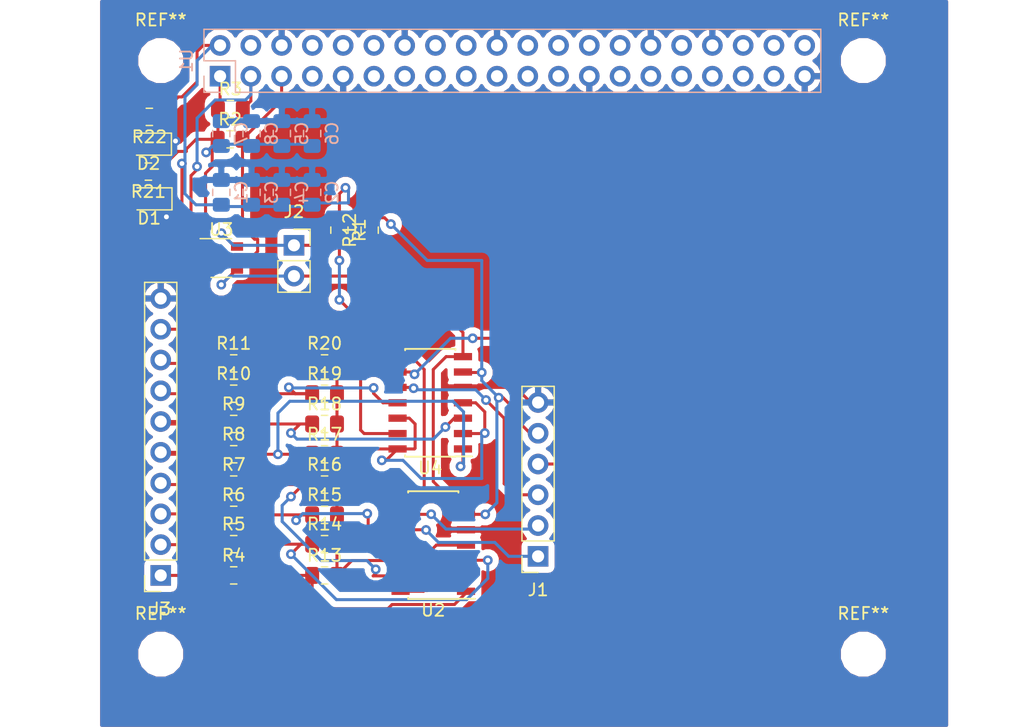
<source format=kicad_pcb>
(kicad_pcb (version 20171130) (host pcbnew 5.0.0-fee4fd1~66~ubuntu18.04.1)
  (layers (0 F.Cu signal) (31 B.Cu signal) (34 B.Paste user) (35 F.Paste user) (36 B.SilkS user) (37 F.SilkS user) (38 B.Mask user) (39 F.Mask user) (44 Edge.Cuts user))
  (net 0 "")
  (net 1 "Net-(U1-Pad4)")
  (net 2 "Net-(U1-Pad7)")
  (net 3 "Net-(U1-Pad8)")
  (net 4 "Net-(U1-Pad10)")
  (net 5 "Net-(U1-Pad11)")
  (net 6 "Net-(U1-Pad12)")
  (net 7 "Net-(U1-Pad13)")
  (net 8 "Net-(U1-Pad15)")
  (net 9 "Net-(U1-Pad16)")
  (net 10 "Net-(U1-Pad17)")
  (net 11 "Net-(U1-Pad18)")
  (net 12 "Net-(U1-Pad19)")
  (net 13 "Net-(U1-Pad21)")
  (net 14 "Net-(U1-Pad22)")
  (net 15 "Net-(U1-Pad23)")
  (net 16 "Net-(U1-Pad24)")
  (net 17 "Net-(U1-Pad26)")
  (net 18 "Net-(U1-Pad27)")
  (net 19 "Net-(U1-Pad28)")
  (net 20 "Net-(U1-Pad29)")
  (net 21 "Net-(U1-Pad31)")
  (net 22 "Net-(U1-Pad32)")
  (net 23 "Net-(U1-Pad33)")
  (net 24 "Net-(U1-Pad35)")
  (net 25 "Net-(U1-Pad36)")
  (net 26 "Net-(U1-Pad37)")
  (net 27 "Net-(U1-Pad38)")
  (net 28 "Net-(U1-Pad40)")
  (net 29 "Net-(R16-Pad1)")
  (net 30 "Net-(R13-Pad2)")
  (net 31 "Net-(R11-Pad2)")
  (net 32 "Net-(R10-Pad2)")
  (net 33 "Net-(R18-Pad1)")
  (net 34 "Net-(R17-Pad1)")
  (net 35 /SCL)
  (net 36 +5V)
  (net 37 +3V3)
  (net 38 /GPIO1)
  (net 39 /GPIO0)
  (net 40 "Net-(J3-Pad1)")
  (net 41 "Net-(R13-Pad1)")
  (net 42 "Net-(R15-Pad1)")
  (net 43 "Net-(J3-Pad3)")
  (net 44 "Net-(J3-Pad5)")
  (net 45 "Net-(J3-Pad6)")
  (net 46 "Net-(J3-Pad7)")
  (net 47 "Net-(J3-Pad8)")
  (net 48 /SDA)
  (net 49 "Net-(R14-Pad1)")
  (net 50 "Net-(J3-Pad2)")
  (net 51 "Net-(J3-Pad4)")
  (net 52 GND)
  (net 53 "Net-(J1-Pad1)")
  (net 54 "Net-(J1-Pad2)")
  (net 55 "Net-(J1-Pad3)")
  (net 56 "Net-(J1-Pad4)")
  (net 57 "Net-(D2-Pad2)")
  (net 58 "Net-(D1-Pad2)")
  (module Package_SO:SOIC-14_3.9x8.7mm_P1.27mm (layer F.Cu) (at 52.5 70 180)
    (fp_text reference U2 (at 0 -5.375 180) (layer F.SilkS))
    (fp_text value MCP3424)
    (pad 14 smd rect (at 2.7 -3.81 180) (size 1.5 0.6) (layers F.Cu F.Paste F.Mask) (net 30 "Net-(R13-Pad2)"))
    (pad 13 smd rect (at 2.7 -2.54 180) (size 1.5 0.6) (layers F.Cu F.Paste F.Mask) (net 29 "Net-(R16-Pad1)"))
    (pad 12 smd rect (at 2.7 -1.27 180) (size 1.5 0.6) (layers F.Cu F.Paste F.Mask) (net 30 "Net-(R13-Pad2)"))
    (pad 11 smd rect (at 2.7 0 180) (size 1.5 0.6) (layers F.Cu F.Paste F.Mask) (net 42 "Net-(R15-Pad1)"))
    (pad 10 smd rect (at 2.7 1.27 180) (size 1.5 0.6) (layers F.Cu F.Paste F.Mask) (net 53 "Net-(J1-Pad1)"))
    (pad 9 smd rect (at 2.7 2.54 180) (size 1.5 0.6) (layers F.Cu F.Paste F.Mask) (net 54 "Net-(J1-Pad2)"))
    (pad 8 smd rect (at 2.7 3.81 180) (size 1.5 0.6) (layers F.Cu F.Paste F.Mask) (net 35 /SCL))
    (pad 7 smd rect (at -2.7 3.81 180) (size 1.5 0.6) (layers F.Cu F.Paste F.Mask) (net 48 /SDA))
    (pad 6 smd rect (at -2.7 2.54 180) (size 1.5 0.6) (layers F.Cu F.Paste F.Mask) (net 36 +5V))
    (pad 5 smd rect (at -2.7 1.27 180) (size 1.5 0.6) (layers F.Cu F.Paste F.Mask) (net 52 GND))
    (pad 4 smd rect (at -2.7 0 180) (size 1.5 0.6) (layers F.Cu F.Paste F.Mask) (net 30 "Net-(R13-Pad2)"))
    (pad 3 smd rect (at -2.7 -1.27 180) (size 1.5 0.6) (layers F.Cu F.Paste F.Mask) (net 49 "Net-(R14-Pad1)"))
    (pad 2 smd rect (at -2.7 -2.54 180) (size 1.5 0.6) (layers F.Cu F.Paste F.Mask) (net 30 "Net-(R13-Pad2)"))
    (pad 1 smd rect (at -2.7 -3.81 180) (size 1.5 0.6) (layers F.Cu F.Paste F.Mask) (net 41 "Net-(R13-Pad1)"))
  )
  (module Package_SO:SOIC-14_3.9x8.7mm_P1.27mm (layer F.Cu) (at 52.25 58.25 180)
    (fp_text reference U4 (at 0 -5.375 180) (layer F.SilkS))
    (fp_text value MCP3424)
    (pad 1 smd rect (at -2.7 -3.81 180) (size 1.5 0.6) (layers F.Cu F.Paste F.Mask) (net 34 "Net-(R17-Pad1)"))
    (pad 2 smd rect (at -2.7 -2.54 180) (size 1.5 0.6) (layers F.Cu F.Paste F.Mask) (net 30 "Net-(R13-Pad2)"))
    (pad 3 smd rect (at -2.7 -1.27 180) (size 1.5 0.6) (layers F.Cu F.Paste F.Mask) (net 33 "Net-(R18-Pad1)"))
    (pad 4 smd rect (at -2.7 0 180) (size 1.5 0.6) (layers F.Cu F.Paste F.Mask) (net 30 "Net-(R13-Pad2)"))
    (pad 5 smd rect (at -2.7 1.27 180) (size 1.5 0.6) (layers F.Cu F.Paste F.Mask) (net 52 GND))
    (pad 6 smd rect (at -2.7 2.54 180) (size 1.5 0.6) (layers F.Cu F.Paste F.Mask) (net 36 +5V))
    (pad 7 smd rect (at -2.7 3.81 180) (size 1.5 0.6) (layers F.Cu F.Paste F.Mask) (net 48 /SDA))
    (pad 8 smd rect (at 2.7 3.81 180) (size 1.5 0.6) (layers F.Cu F.Paste F.Mask) (net 35 /SCL))
    (pad 9 smd rect (at 2.7 2.54 180) (size 1.5 0.6) (layers F.Cu F.Paste F.Mask) (net 56 "Net-(J1-Pad4)"))
    (pad 10 smd rect (at 2.7 1.27 180) (size 1.5 0.6) (layers F.Cu F.Paste F.Mask) (net 55 "Net-(J1-Pad3)"))
    (pad 11 smd rect (at 2.7 0 180) (size 1.5 0.6) (layers F.Cu F.Paste F.Mask) (net 32 "Net-(R10-Pad2)"))
    (pad 12 smd rect (at 2.7 -1.27 180) (size 1.5 0.6) (layers F.Cu F.Paste F.Mask) (net 30 "Net-(R13-Pad2)"))
    (pad 13 smd rect (at 2.7 -2.54 180) (size 1.5 0.6) (layers F.Cu F.Paste F.Mask) (net 31 "Net-(R11-Pad2)"))
    (pad 14 smd rect (at 2.7 -3.81 180) (size 1.5 0.6) (layers F.Cu F.Paste F.Mask) (net 30 "Net-(R13-Pad2)"))
  )
  (module Connector_PinSocket_2.54mm:PinSocket_1x02_P2.54mm_Vertical (layer F.Cu) (at 41 45.25)
    (fp_text reference J2 (at 0 -2.77) (layer F.SilkS))
    (fp_text value Conn_01x02)
    (pad 1 thru_hole rect (at 0 0) (size 1.7 1.7) (drill 1) (layers *.Cu *.Mask) (net 35 /SCL))
    (pad 2 thru_hole oval (at 0 2.54) (size 1.7 1.7) (drill 1) (layers *.Cu *.Mask) (net 48 /SDA))
  )
  (module Capacitor_SMD:C_0805_2012Metric_Pad1.15x1.40mm_HandSolder (layer B.Cu) (at 40 36.025 90)
    (fp_text reference C5 (at 0 1.65 90) (layer B.SilkS) (effects (justify mirror)))
    (fp_text value 105)
    (pad 2 smd roundrect (at 1.025 0 90) (size 1.15 1.4) (layers B.Cu B.Paste B.Mask) (roundrect_rratio 0.217391) (net 52 GND))
    (pad 1 smd roundrect (at -1.025 0 90) (size 1.15 1.4) (layers B.Cu B.Paste B.Mask) (roundrect_rratio 0.217391) (net 37 +3V3))
  )
  (module Capacitor_SMD:C_0805_2012Metric_Pad1.15x1.40mm_HandSolder (layer B.Cu) (at 42.5 36.025 90)
    (fp_text reference C6 (at 0 1.65 90) (layer B.SilkS) (effects (justify mirror)))
    (fp_text value 105)
    (pad 1 smd roundrect (at -1.025 0 90) (size 1.15 1.4) (layers B.Cu B.Paste B.Mask) (roundrect_rratio 0.217391) (net 37 +3V3))
    (pad 2 smd roundrect (at 1.025 0 90) (size 1.15 1.4) (layers B.Cu B.Paste B.Mask) (roundrect_rratio 0.217391) (net 52 GND))
  )
  (module Capacitor_SMD:C_0805_2012Metric_Pad1.15x1.40mm_HandSolder (layer B.Cu) (at 35 36.025 90)
    (fp_text reference C7 (at 0 1.65 90) (layer B.SilkS) (effects (justify mirror)))
    (fp_text value 105)
    (pad 2 smd roundrect (at 1.025 0 90) (size 1.15 1.4) (layers B.Cu B.Paste B.Mask) (roundrect_rratio 0.217391) (net 52 GND))
    (pad 1 smd roundrect (at -1.025 0 90) (size 1.15 1.4) (layers B.Cu B.Paste B.Mask) (roundrect_rratio 0.217391) (net 37 +3V3))
  )
  (module Capacitor_SMD:C_0805_2012Metric_Pad1.15x1.40mm_HandSolder (layer B.Cu) (at 37.5 36.025 90)
    (fp_text reference C8 (at 0 1.65 90) (layer B.SilkS) (effects (justify mirror)))
    (fp_text value 105)
    (pad 1 smd roundrect (at -1.025 0 90) (size 1.15 1.4) (layers B.Cu B.Paste B.Mask) (roundrect_rratio 0.217391) (net 37 +3V3))
    (pad 2 smd roundrect (at 1.025 0 90) (size 1.15 1.4) (layers B.Cu B.Paste B.Mask) (roundrect_rratio 0.217391) (net 52 GND))
  )
  (module LED_SMD:LED_0805_2012Metric_Castellated (layer F.Cu) (at 29.0444 41.415328 180)
    (fp_text reference D1 (at 0 -1.6 180) (layer F.SilkS))
    (fp_text value 3V3_STATUS)
    (pad 2 smd roundrect (at 0.9625 0 180) (size 1.325 1.3) (layers F.Cu F.Paste F.Mask) (roundrect_rratio 0.192308) (net 58 "Net-(D1-Pad2)"))
    (pad 1 smd roundrect (at -0.9625 0 180) (size 1.325 1.3) (layers F.Cu F.Paste F.Mask) (roundrect_rratio 0.192308) (net 52 GND))
  )
  (module LED_SMD:LED_0805_2012Metric_Castellated (layer F.Cu) (at 28.998278 36.898402 180)
    (fp_text reference D2 (at 0 -1.6 180) (layer F.SilkS))
    (fp_text value 5V_STATUS)
    (pad 2 smd roundrect (at 0.9625 0 180) (size 1.325 1.3) (layers F.Cu F.Paste F.Mask) (roundrect_rratio 0.192308) (net 57 "Net-(D2-Pad2)"))
    (pad 1 smd roundrect (at -0.9625 0 180) (size 1.325 1.3) (layers F.Cu F.Paste F.Mask) (roundrect_rratio 0.192308) (net 52 GND))
  )
  (module Resistor_SMD:R_0805_2012Metric_Pad1.15x1.40mm_HandSolder (layer F.Cu) (at 28.9819 39.165328 180)
    (fp_text reference R21 (at 0 -1.65 180) (layer F.SilkS))
    (fp_text value 511)
    (pad 2 smd roundrect (at 1.025 0 180) (size 1.15 1.4) (layers F.Cu F.Paste F.Mask) (roundrect_rratio 0.217391) (net 58 "Net-(D1-Pad2)"))
    (pad 1 smd roundrect (at -1.025 0 180) (size 1.15 1.4) (layers F.Cu F.Paste F.Mask) (roundrect_rratio 0.217391) (net 37 +3V3))
  )
  (module Resistor_SMD:R_0805_2012Metric_Pad1.15x1.40mm_HandSolder (layer F.Cu) (at 29.060778 34.648402 180)
    (fp_text reference R22 (at 0 -1.65 180) (layer F.SilkS))
    (fp_text value 102)
    (pad 2 smd roundrect (at 1.025 0 180) (size 1.15 1.4) (layers F.Cu F.Paste F.Mask) (roundrect_rratio 0.217391) (net 57 "Net-(D2-Pad2)"))
    (pad 1 smd roundrect (at -1.025 0 180) (size 1.15 1.4) (layers F.Cu F.Paste F.Mask) (roundrect_rratio 0.217391) (net 36 +5V))
  )
  (module Capacitor_SMD:C_0805_2012Metric_Pad1.15x1.40mm_HandSolder (layer B.Cu) (at 35 40.878937 90)
    (fp_text reference C1 (at 0 1.65 90) (layer B.SilkS) (effects (justify mirror)))
    (fp_text value 105)
    (pad 2 smd roundrect (at 1.025 0 90) (size 1.15 1.4) (layers B.Cu B.Paste B.Mask) (roundrect_rratio 0.217391) (net 52 GND))
    (pad 1 smd roundrect (at -1.025 0 90) (size 1.15 1.4) (layers B.Cu B.Paste B.Mask) (roundrect_rratio 0.217391) (net 36 +5V))
  )
  (module Capacitor_SMD:C_0805_2012Metric_Pad1.15x1.40mm_HandSolder (layer B.Cu) (at 42.5 40.878937 90)
    (fp_text reference C2 (at 0 1.65 90) (layer B.SilkS) (effects (justify mirror)))
    (fp_text value 105)
    (pad 1 smd roundrect (at -1.025 0 90) (size 1.15 1.4) (layers B.Cu B.Paste B.Mask) (roundrect_rratio 0.217391) (net 36 +5V))
    (pad 2 smd roundrect (at 1.025 0 90) (size 1.15 1.4) (layers B.Cu B.Paste B.Mask) (roundrect_rratio 0.217391) (net 52 GND))
  )
  (module Capacitor_SMD:C_0805_2012Metric_Pad1.15x1.40mm_HandSolder (layer B.Cu) (at 37.5 40.878937 90)
    (fp_text reference C3 (at 0 1.65 90) (layer B.SilkS) (effects (justify mirror)))
    (fp_text value 105)
    (pad 2 smd roundrect (at 1.025 0 90) (size 1.15 1.4) (layers B.Cu B.Paste B.Mask) (roundrect_rratio 0.217391) (net 52 GND))
    (pad 1 smd roundrect (at -1.025 0 90) (size 1.15 1.4) (layers B.Cu B.Paste B.Mask) (roundrect_rratio 0.217391) (net 36 +5V))
  )
  (module Capacitor_SMD:C_0805_2012Metric_Pad1.15x1.40mm_HandSolder (layer B.Cu) (at 40 40.878937 90)
    (fp_text reference C4 (at 0 1.65 90) (layer B.SilkS) (effects (justify mirror)))
    (fp_text value 105)
    (pad 1 smd roundrect (at -1.025 0 90) (size 1.15 1.4) (layers B.Cu B.Paste B.Mask) (roundrect_rratio 0.217391) (net 36 +5V))
    (pad 2 smd roundrect (at 1.025 0 90) (size 1.15 1.4) (layers B.Cu B.Paste B.Mask) (roundrect_rratio 0.217391) (net 52 GND))
  )
  (module Connector_PinSocket_2.54mm:PinSocket_1x06_P2.54mm_Vertical (layer F.Cu) (at 61.15 70.925 180)
    (fp_text reference J1 (at 0 -2.77 180) (layer F.SilkS))
    (fp_text value Conn_01x02)
    (pad 1 thru_hole rect (at 0 0 180) (size 1.7 1.7) (drill 1) (layers *.Cu *.Mask) (net 53 "Net-(J1-Pad1)"))
    (pad 2 thru_hole oval (at 0 2.54 180) (size 1.7 1.7) (drill 1) (layers *.Cu *.Mask) (net 54 "Net-(J1-Pad2)"))
    (pad 3 thru_hole oval (at 0 5.08 180) (size 1.7 1.7) (drill 1) (layers *.Cu *.Mask) (net 55 "Net-(J1-Pad3)"))
    (pad 4 thru_hole oval (at 0 7.62 180) (size 1.7 1.7) (drill 1) (layers *.Cu *.Mask) (net 56 "Net-(J1-Pad4)"))
    (pad 5 thru_hole oval (at 0 10.16 180) (size 1.7 1.7) (drill 1) (layers *.Cu *.Mask) (net 36 +5V))
    (pad 6 thru_hole oval (at 0 12.7 180) (size 1.7 1.7) (drill 1) (layers *.Cu *.Mask) (net 52 GND))
  )
  (module Connector_PinSocket_2.54mm:PinSocket_1x10_P2.54mm_Vertical (layer F.Cu) (at 30 72.5 180)
    (fp_text reference J3 (at 0 -2.77 180) (layer F.SilkS))
    (fp_text value Conn_01x02)
    (pad 1 thru_hole rect (at 0 0 180) (size 1.7 1.7) (drill 1) (layers *.Cu *.Mask) (net 40 "Net-(J3-Pad1)"))
    (pad 2 thru_hole oval (at 0 2.54 180) (size 1.7 1.7) (drill 1) (layers *.Cu *.Mask) (net 50 "Net-(J3-Pad2)"))
    (pad 3 thru_hole oval (at 0 5.08 180) (size 1.7 1.7) (drill 1) (layers *.Cu *.Mask) (net 43 "Net-(J3-Pad3)"))
    (pad 4 thru_hole oval (at 0 7.62 180) (size 1.7 1.7) (drill 1) (layers *.Cu *.Mask) (net 51 "Net-(J3-Pad4)"))
    (pad 5 thru_hole oval (at 0 10.16 180) (size 1.7 1.7) (drill 1) (layers *.Cu *.Mask) (net 44 "Net-(J3-Pad5)"))
    (pad 6 thru_hole oval (at 0 12.7 180) (size 1.7 1.7) (drill 1) (layers *.Cu *.Mask) (net 45 "Net-(J3-Pad6)"))
    (pad 7 thru_hole oval (at 0 15.24 180) (size 1.7 1.7) (drill 1) (layers *.Cu *.Mask) (net 46 "Net-(J3-Pad7)"))
    (pad 8 thru_hole oval (at 0 17.78 180) (size 1.7 1.7) (drill 1) (layers *.Cu *.Mask) (net 47 "Net-(J3-Pad8)"))
    (pad 9 thru_hole oval (at 0 20.32 180) (size 1.7 1.7) (drill 1) (layers *.Cu *.Mask) (net 36 +5V))
    (pad 10 thru_hole oval (at 0 22.86 180) (size 1.7 1.7) (drill 1) (layers *.Cu *.Mask) (net 52 GND))
  )
  (module Package_TO_SOT_SMD:SuperSOT-6 (layer F.Cu) (at 35 46.3)
    (fp_text reference U3 (at 0 -2.35) (layer F.SilkS))
    (fp_text value FDC6301N)
    (pad 1 smd rect (at -1.3 -0.95) (size 1 0.7) (layers F.Cu F.Paste F.Mask) (net 37 +3V3))
    (pad 2 smd rect (at -1.3 0) (size 1 0.7) (layers F.Cu F.Paste F.Mask) (net 39 /GPIO0))
    (pad 3 smd rect (at -1.3 0.95) (size 1 0.7) (layers F.Cu F.Paste F.Mask) (net 37 +3V3))
    (pad 4 smd rect (at 1.3 0.95) (size 1 0.7) (layers F.Cu F.Paste F.Mask) (net 48 /SDA))
    (pad 6 smd rect (at 1.3 -0.95) (size 1 0.7) (layers F.Cu F.Paste F.Mask) (net 35 /SCL))
    (pad 5 smd rect (at 1.3 0) (size 1 0.7) (layers F.Cu F.Paste F.Mask) (net 38 /GPIO1))
  )
  (module Resistor_SMD:R_0805_2012Metric_Pad1.15x1.40mm_HandSolder (layer F.Cu) (at 36.025 65)
    (fp_text reference R7 (at 0 -1.65) (layer F.SilkS))
    (fp_text value 103)
    (pad 2 smd roundrect (at 1.025 0) (size 1.15 1.4) (layers F.Cu F.Paste F.Mask) (roundrect_rratio 0.217391) (net 29 "Net-(R16-Pad1)"))
    (pad 1 smd roundrect (at -1.025 0) (size 1.15 1.4) (layers F.Cu F.Paste F.Mask) (roundrect_rratio 0.217391) (net 51 "Net-(J3-Pad4)"))
  )
  (module Resistor_SMD:R_0805_2012Metric_Pad1.15x1.40mm_HandSolder (layer F.Cu) (at 36.025 69.921426)
    (fp_text reference R5 (at 0 -1.65) (layer F.SilkS))
    (fp_text value 103)
    (pad 1 smd roundrect (at -1.025 0) (size 1.15 1.4) (layers F.Cu F.Paste F.Mask) (roundrect_rratio 0.217391) (net 50 "Net-(J3-Pad2)"))
    (pad 2 smd roundrect (at 1.025 0) (size 1.15 1.4) (layers F.Cu F.Paste F.Mask) (roundrect_rratio 0.217391) (net 49 "Net-(R14-Pad1)"))
  )
  (module Resistor_SMD:R_0805_2012Metric_Pad1.15x1.40mm_HandSolder (layer F.Cu) (at 43.525 67.5)
    (fp_text reference R15 (at 0 -1.65) (layer F.SilkS))
    (fp_text value 682)
    (pad 1 smd roundrect (at -1.025 0) (size 1.15 1.4) (layers F.Cu F.Paste F.Mask) (roundrect_rratio 0.217391) (net 42 "Net-(R15-Pad1)"))
    (pad 2 smd roundrect (at 1.025 0) (size 1.15 1.4) (layers F.Cu F.Paste F.Mask) (roundrect_rratio 0.217391) (net 30 "Net-(R13-Pad2)"))
  )
  (module Resistor_SMD:R_0805_2012Metric_Pad1.15x1.40mm_HandSolder (layer F.Cu) (at 43.525 69.921426)
    (fp_text reference R14 (at 0 -1.65) (layer F.SilkS))
    (fp_text value R)
    (pad 2 smd roundrect (at 1.025 0) (size 1.15 1.4) (layers F.Cu F.Paste F.Mask) (roundrect_rratio 0.217391) (net 30 "Net-(R13-Pad2)"))
    (pad 1 smd roundrect (at -1.025 0) (size 1.15 1.4) (layers F.Cu F.Paste F.Mask) (roundrect_rratio 0.217391) (net 49 "Net-(R14-Pad1)"))
  )
  (module Resistor_SMD:R_0805_2012Metric_Pad1.15x1.40mm_HandSolder (layer F.Cu) (at 43.525 72.5)
    (fp_text reference R13 (at 0 -1.65) (layer F.SilkS))
    (fp_text value 682)
    (pad 1 smd roundrect (at -1.025 0) (size 1.15 1.4) (layers F.Cu F.Paste F.Mask) (roundrect_rratio 0.217391) (net 41 "Net-(R13-Pad1)"))
    (pad 2 smd roundrect (at 1.025 0) (size 1.15 1.4) (layers F.Cu F.Paste F.Mask) (roundrect_rratio 0.217391) (net 30 "Net-(R13-Pad2)"))
  )
  (module Resistor_SMD:R_0805_2012Metric_Pad1.15x1.40mm_HandSolder (layer F.Cu) (at 47.25 44 90)
    (fp_text reference R12 (at 0 -1.65 90) (layer F.SilkS))
    (fp_text value 103)
    (pad 1 smd roundrect (at -1.025 0 90) (size 1.15 1.4) (layers F.Cu F.Paste F.Mask) (roundrect_rratio 0.217391) (net 48 /SDA))
    (pad 2 smd roundrect (at 1.025 0 90) (size 1.15 1.4) (layers F.Cu F.Paste F.Mask) (roundrect_rratio 0.217391) (net 36 +5V))
  )
  (module Resistor_SMD:R_0805_2012Metric_Pad1.15x1.40mm_HandSolder (layer F.Cu) (at 36.025 55)
    (fp_text reference R11 (at 0 -1.65) (layer F.SilkS))
    (fp_text value 103)
    (pad 2 smd roundrect (at 1.025 0) (size 1.15 1.4) (layers F.Cu F.Paste F.Mask) (roundrect_rratio 0.217391) (net 31 "Net-(R11-Pad2)"))
    (pad 1 smd roundrect (at -1.025 0) (size 1.15 1.4) (layers F.Cu F.Paste F.Mask) (roundrect_rratio 0.217391) (net 47 "Net-(J3-Pad8)"))
  )
  (module Resistor_SMD:R_0805_2012Metric_Pad1.15x1.40mm_HandSolder (layer F.Cu) (at 36.025 57.5)
    (fp_text reference R10 (at 0 -1.65) (layer F.SilkS))
    (fp_text value R)
    (pad 1 smd roundrect (at -1.025 0) (size 1.15 1.4) (layers F.Cu F.Paste F.Mask) (roundrect_rratio 0.217391) (net 46 "Net-(J3-Pad7)"))
    (pad 2 smd roundrect (at 1.025 0) (size 1.15 1.4) (layers F.Cu F.Paste F.Mask) (roundrect_rratio 0.217391) (net 32 "Net-(R10-Pad2)"))
  )
  (module Resistor_SMD:R_0805_2012Metric_Pad1.15x1.40mm_HandSolder (layer F.Cu) (at 36.025 60)
    (fp_text reference R9 (at 0 -1.65) (layer F.SilkS))
    (fp_text value 103)
    (pad 2 smd roundrect (at 1.025 0) (size 1.15 1.4) (layers F.Cu F.Paste F.Mask) (roundrect_rratio 0.217391) (net 33 "Net-(R18-Pad1)"))
    (pad 1 smd roundrect (at -1.025 0) (size 1.15 1.4) (layers F.Cu F.Paste F.Mask) (roundrect_rratio 0.217391) (net 45 "Net-(J3-Pad6)"))
  )
  (module Resistor_SMD:R_0805_2012Metric_Pad1.15x1.40mm_HandSolder (layer F.Cu) (at 36.025 62.5)
    (fp_text reference R8 (at 0 -1.65) (layer F.SilkS))
    (fp_text value 103)
    (pad 1 smd roundrect (at -1.025 0) (size 1.15 1.4) (layers F.Cu F.Paste F.Mask) (roundrect_rratio 0.217391) (net 44 "Net-(J3-Pad5)"))
    (pad 2 smd roundrect (at 1.025 0) (size 1.15 1.4) (layers F.Cu F.Paste F.Mask) (roundrect_rratio 0.217391) (net 34 "Net-(R17-Pad1)"))
  )
  (module Resistor_SMD:R_0805_2012Metric_Pad1.15x1.40mm_HandSolder (layer F.Cu) (at 36.025 67.5)
    (fp_text reference R6 (at 0 -1.65) (layer F.SilkS))
    (fp_text value 103)
    (pad 2 smd roundrect (at 1.025 0) (size 1.15 1.4) (layers F.Cu F.Paste F.Mask) (roundrect_rratio 0.217391) (net 42 "Net-(R15-Pad1)"))
    (pad 1 smd roundrect (at -1.025 0) (size 1.15 1.4) (layers F.Cu F.Paste F.Mask) (roundrect_rratio 0.217391) (net 43 "Net-(J3-Pad3)"))
  )
  (module Resistor_SMD:R_0805_2012Metric_Pad1.15x1.40mm_HandSolder (layer F.Cu) (at 36.025 72.5)
    (fp_text reference R4 (at 0 -1.65) (layer F.SilkS))
    (fp_text value 103)
    (pad 1 smd roundrect (at -1.025 0) (size 1.15 1.4) (layers F.Cu F.Paste F.Mask) (roundrect_rratio 0.217391) (net 40 "Net-(J3-Pad1)"))
    (pad 2 smd roundrect (at 1.025 0) (size 1.15 1.4) (layers F.Cu F.Paste F.Mask) (roundrect_rratio 0.217391) (net 41 "Net-(R13-Pad1)"))
  )
  (module Resistor_SMD:R_0805_2012Metric_Pad1.15x1.40mm_HandSolder (layer F.Cu) (at 35.75 34)
    (fp_text reference R3 (at 0 -1.65) (layer F.SilkS))
    (fp_text value 103)
    (pad 2 smd roundrect (at 1.025 0) (size 1.15 1.4) (layers F.Cu F.Paste F.Mask) (roundrect_rratio 0.217391) (net 39 /GPIO0))
    (pad 1 smd roundrect (at -1.025 0) (size 1.15 1.4) (layers F.Cu F.Paste F.Mask) (roundrect_rratio 0.217391) (net 37 +3V3))
  )
  (module Resistor_SMD:R_0805_2012Metric_Pad1.15x1.40mm_HandSolder (layer F.Cu) (at 35.725 36.5)
    (fp_text reference R2 (at 0 -1.65) (layer F.SilkS))
    (fp_text value 103)
    (pad 1 smd roundrect (at -1.025 0) (size 1.15 1.4) (layers F.Cu F.Paste F.Mask) (roundrect_rratio 0.217391) (net 37 +3V3))
    (pad 2 smd roundrect (at 1.025 0) (size 1.15 1.4) (layers F.Cu F.Paste F.Mask) (roundrect_rratio 0.217391) (net 38 /GPIO1))
  )
  (module Resistor_SMD:R_0805_2012Metric_Pad1.15x1.40mm_HandSolder (layer F.Cu) (at 44.75 44 270)
    (fp_text reference R1 (at 0 -1.65 270) (layer F.SilkS))
    (fp_text value 103)
    (pad 2 smd roundrect (at 1.025 0 270) (size 1.15 1.4) (layers F.Cu F.Paste F.Mask) (roundrect_rratio 0.217391) (net 35 /SCL))
    (pad 1 smd roundrect (at -1.025 0 270) (size 1.15 1.4) (layers F.Cu F.Paste F.Mask) (roundrect_rratio 0.217391) (net 36 +5V))
  )
  (module Resistor_SMD:R_0805_2012Metric_Pad1.15x1.40mm_HandSolder (layer F.Cu) (at 43.525 62.5)
    (fp_text reference R17 (at 0 -1.65) (layer F.SilkS))
    (fp_text value 682)
    (pad 2 smd roundrect (at 1.025 0) (size 1.15 1.4) (layers F.Cu F.Paste F.Mask) (roundrect_rratio 0.217391) (net 30 "Net-(R13-Pad2)"))
    (pad 1 smd roundrect (at -1.025 0) (size 1.15 1.4) (layers F.Cu F.Paste F.Mask) (roundrect_rratio 0.217391) (net 34 "Net-(R17-Pad1)"))
  )
  (module Resistor_SMD:R_0805_2012Metric_Pad1.15x1.40mm_HandSolder (layer F.Cu) (at 43.525 60)
    (fp_text reference R18 (at 0 -1.65) (layer F.SilkS))
    (fp_text value 682)
    (pad 1 smd roundrect (at -1.025 0) (size 1.15 1.4) (layers F.Cu F.Paste F.Mask) (roundrect_rratio 0.217391) (net 33 "Net-(R18-Pad1)"))
    (pad 2 smd roundrect (at 1.025 0) (size 1.15 1.4) (layers F.Cu F.Paste F.Mask) (roundrect_rratio 0.217391) (net 30 "Net-(R13-Pad2)"))
  )
  (module Resistor_SMD:R_0805_2012Metric_Pad1.15x1.40mm_HandSolder (layer F.Cu) (at 43.525 57.5)
    (fp_text reference R19 (at 0 -1.65) (layer F.SilkS))
    (fp_text value 682)
    (pad 2 smd roundrect (at 1.025 0) (size 1.15 1.4) (layers F.Cu F.Paste F.Mask) (roundrect_rratio 0.217391) (net 30 "Net-(R13-Pad2)"))
    (pad 1 smd roundrect (at -1.025 0) (size 1.15 1.4) (layers F.Cu F.Paste F.Mask) (roundrect_rratio 0.217391) (net 32 "Net-(R10-Pad2)"))
  )
  (module Resistor_SMD:R_0805_2012Metric_Pad1.15x1.40mm_HandSolder (layer F.Cu) (at 43.525 55)
    (fp_text reference R20 (at 0 -1.65) (layer F.SilkS))
    (fp_text value 682)
    (pad 1 smd roundrect (at -1.025 0) (size 1.15 1.4) (layers F.Cu F.Paste F.Mask) (roundrect_rratio 0.217391) (net 31 "Net-(R11-Pad2)"))
    (pad 2 smd roundrect (at 1.025 0) (size 1.15 1.4) (layers F.Cu F.Paste F.Mask) (roundrect_rratio 0.217391) (net 30 "Net-(R13-Pad2)"))
  )
  (module Resistor_SMD:R_0805_2012Metric_Pad1.15x1.40mm_HandSolder (layer F.Cu) (at 43.525 65)
    (fp_text reference R16 (at 0 -1.65) (layer F.SilkS))
    (fp_text value 682)
    (pad 2 smd roundrect (at 1.025 0) (size 1.15 1.4) (layers F.Cu F.Paste F.Mask) (roundrect_rratio 0.217391) (net 30 "Net-(R13-Pad2)"))
    (pad 1 smd roundrect (at -1.025 0) (size 1.15 1.4) (layers F.Cu F.Paste F.Mask) (roundrect_rratio 0.217391) (net 29 "Net-(R16-Pad1)"))
  )
  (module Connector_PinSocket_2.54mm:PinSocket_2x20_P2.54mm_Vertical (layer B.Cu) (at 34.9 31.29 270)
    (fp_text reference U1 (at -1.27 2.77 270) (layer B.SilkS) (effects (justify mirror)))
    (fp_text value rpi-pin-out)
    (pad 1 thru_hole rect (at 0 0 270) (size 1.7 1.7) (drill 1) (layers *.Cu *.Mask) (net 37 +3V3))
    (pad 2 thru_hole oval (at -2.54 0 270) (size 1.7 1.7) (drill 1) (layers *.Cu *.Mask) (net 36 +5V))
    (pad 3 thru_hole oval (at 0 -2.54 270) (size 1.7 1.7) (drill 1) (layers *.Cu *.Mask) (net 39 /GPIO0))
    (pad 4 thru_hole oval (at -2.54 -2.54 270) (size 1.7 1.7) (drill 1) (layers *.Cu *.Mask) (net 1 "Net-(U1-Pad4)"))
    (pad 5 thru_hole oval (at 0 -5.08 270) (size 1.7 1.7) (drill 1) (layers *.Cu *.Mask) (net 38 /GPIO1))
    (pad 6 thru_hole oval (at -2.54 -5.08 270) (size 1.7 1.7) (drill 1) (layers *.Cu *.Mask) (net 52 GND))
    (pad 7 thru_hole oval (at 0 -7.62 270) (size 1.7 1.7) (drill 1) (layers *.Cu *.Mask) (net 2 "Net-(U1-Pad7)"))
    (pad 8 thru_hole oval (at -2.54 -7.62 270) (size 1.7 1.7) (drill 1) (layers *.Cu *.Mask) (net 3 "Net-(U1-Pad8)"))
    (pad 9 thru_hole oval (at 0 -10.16 270) (size 1.7 1.7) (drill 1) (layers *.Cu *.Mask) (net 52 GND))
    (pad 10 thru_hole oval (at -2.54 -10.16 270) (size 1.7 1.7) (drill 1) (layers *.Cu *.Mask) (net 4 "Net-(U1-Pad10)"))
    (pad 11 thru_hole oval (at 0 -12.7 270) (size 1.7 1.7) (drill 1) (layers *.Cu *.Mask) (net 5 "Net-(U1-Pad11)"))
    (pad 12 thru_hole oval (at -2.54 -12.7 270) (size 1.7 1.7) (drill 1) (layers *.Cu *.Mask) (net 6 "Net-(U1-Pad12)"))
    (pad 13 thru_hole oval (at 0 -15.24 270) (size 1.7 1.7) (drill 1) (layers *.Cu *.Mask) (net 7 "Net-(U1-Pad13)"))
    (pad 14 thru_hole oval (at -2.54 -15.24 270) (size 1.7 1.7) (drill 1) (layers *.Cu *.Mask) (net 52 GND))
    (pad 15 thru_hole oval (at 0 -17.78 270) (size 1.7 1.7) (drill 1) (layers *.Cu *.Mask) (net 8 "Net-(U1-Pad15)"))
    (pad 16 thru_hole oval (at -2.54 -17.78 270) (size 1.7 1.7) (drill 1) (layers *.Cu *.Mask) (net 9 "Net-(U1-Pad16)"))
    (pad 17 thru_hole oval (at 0 -20.32 270) (size 1.7 1.7) (drill 1) (layers *.Cu *.Mask) (net 10 "Net-(U1-Pad17)"))
    (pad 18 thru_hole oval (at -2.54 -20.32 270) (size 1.7 1.7) (drill 1) (layers *.Cu *.Mask) (net 11 "Net-(U1-Pad18)"))
    (pad 19 thru_hole oval (at 0 -22.86 270) (size 1.7 1.7) (drill 1) (layers *.Cu *.Mask) (net 12 "Net-(U1-Pad19)"))
    (pad 20 thru_hole oval (at -2.54 -22.86 270) (size 1.7 1.7) (drill 1) (layers *.Cu *.Mask) (net 52 GND))
    (pad 21 thru_hole oval (at 0 -25.4 270) (size 1.7 1.7) (drill 1) (layers *.Cu *.Mask) (net 13 "Net-(U1-Pad21)"))
    (pad 22 thru_hole oval (at -2.54 -25.4 270) (size 1.7 1.7) (drill 1) (layers *.Cu *.Mask) (net 14 "Net-(U1-Pad22)"))
    (pad 23 thru_hole oval (at 0 -27.94 270) (size 1.7 1.7) (drill 1) (layers *.Cu *.Mask) (net 15 "Net-(U1-Pad23)"))
    (pad 24 thru_hole oval (at -2.54 -27.94 270) (size 1.7 1.7) (drill 1) (layers *.Cu *.Mask) (net 16 "Net-(U1-Pad24)"))
    (pad 25 thru_hole oval (at 0 -30.48 270) (size 1.7 1.7) (drill 1) (layers *.Cu *.Mask) (net 52 GND))
    (pad 26 thru_hole oval (at -2.54 -30.48 270) (size 1.7 1.7) (drill 1) (layers *.Cu *.Mask) (net 17 "Net-(U1-Pad26)"))
    (pad 27 thru_hole oval (at 0 -33.02 270) (size 1.7 1.7) (drill 1) (layers *.Cu *.Mask) (net 18 "Net-(U1-Pad27)"))
    (pad 28 thru_hole oval (at -2.54 -33.02 270) (size 1.7 1.7) (drill 1) (layers *.Cu *.Mask) (net 19 "Net-(U1-Pad28)"))
    (pad 29 thru_hole oval (at 0 -35.56 270) (size 1.7 1.7) (drill 1) (layers *.Cu *.Mask) (net 20 "Net-(U1-Pad29)"))
    (pad 30 thru_hole oval (at -2.54 -35.56 270) (size 1.7 1.7) (drill 1) (layers *.Cu *.Mask) (net 52 GND))
    (pad 31 thru_hole oval (at 0 -38.1 270) (size 1.7 1.7) (drill 1) (layers *.Cu *.Mask) (net 21 "Net-(U1-Pad31)"))
    (pad 32 thru_hole oval (at -2.54 -38.1 270) (size 1.7 1.7) (drill 1) (layers *.Cu *.Mask) (net 22 "Net-(U1-Pad32)"))
    (pad 33 thru_hole oval (at 0 -40.64 270) (size 1.7 1.7) (drill 1) (layers *.Cu *.Mask) (net 23 "Net-(U1-Pad33)"))
    (pad 34 thru_hole oval (at -2.54 -40.64 270) (size 1.7 1.7) (drill 1) (layers *.Cu *.Mask) (net 52 GND))
    (pad 35 thru_hole oval (at 0 -43.18 270) (size 1.7 1.7) (drill 1) (layers *.Cu *.Mask) (net 24 "Net-(U1-Pad35)"))
    (pad 36 thru_hole oval (at -2.54 -43.18 270) (size 1.7 1.7) (drill 1) (layers *.Cu *.Mask) (net 25 "Net-(U1-Pad36)"))
    (pad 37 thru_hole oval (at 0 -45.72 270) (size 1.7 1.7) (drill 1) (layers *.Cu *.Mask) (net 26 "Net-(U1-Pad37)"))
    (pad 38 thru_hole oval (at -2.54 -45.72 270) (size 1.7 1.7) (drill 1) (layers *.Cu *.Mask) (net 27 "Net-(U1-Pad38)"))
    (pad 39 thru_hole oval (at 0 -48.26 270) (size 1.7 1.7) (drill 1) (layers *.Cu *.Mask) (net 52 GND))
    (pad 40 thru_hole oval (at -2.54 -48.26 270) (size 1.7 1.7) (drill 1) (layers *.Cu *.Mask) (net 28 "Net-(U1-Pad40)"))
  )
  (module MountingHole:MountingHole_2.7mm_M2.5_DIN965 (layer F.Cu) (at 88 79)
    (fp_text reference REF** (at 0 -3.35) (layer F.SilkS))
    (fp_text value MountingHole_2.7mm_M2.5_DIN965)
    (pad 1 np_thru_hole circle (at 0 0) (size 2.7 2.7) (drill 2.7) (layers *.Cu *.Mask))
  )
  (module MountingHole:MountingHole_2.7mm_M2.5_DIN965 (layer F.Cu) (at 30 30)
    (fp_text reference REF** (at 0 -3.35) (layer F.SilkS))
    (fp_text value MountingHole_2.7mm_M2.5_DIN965)
    (pad 1 np_thru_hole circle (at 0 0) (size 2.7 2.7) (drill 2.7) (layers *.Cu *.Mask))
  )
  (module MountingHole:MountingHole_2.7mm_M2.5_DIN965 (layer F.Cu) (at 88 30)
    (fp_text reference REF** (at 0 -3.35) (layer F.SilkS))
    (fp_text value MountingHole_2.7mm_M2.5_DIN965)
    (pad 1 np_thru_hole circle (at 0 0) (size 2.7 2.7) (drill 2.7) (layers *.Cu *.Mask))
  )
  (module MountingHole:MountingHole_2.7mm_M2.5_DIN965 (layer F.Cu) (at 30 79)
    (fp_text reference REF** (at 0 -3.35) (layer F.SilkS))
    (fp_text value MountingHole_2.7mm_M2.5_DIN965)
    (pad 1 np_thru_hole circle (at 0 0) (size 2.7 2.7) (drill 2.7) (layers *.Cu *.Mask))
  )
  (segment (start 37.05 65) (end 42.5 65) (width 0.25) (layer F.Cu) (net 29))
  (segment (start 49.8 72.54) (end 47.54 72.54) (width 0.25) (layer F.Cu) (net 29))
  (via (at 47.75 72) (size 0.8) (drill 0.4) (layers F.Cu B.Cu) (net 29))
  (segment (start 47.54 72.54) (end 47.75 72.33) (width 0.25) (layer F.Cu) (net 29))
  (segment (start 47.75 72.33) (end 47.75 72) (width 0.25) (layer F.Cu) (net 29))
  (via (at 40.75 66) (size 0.8) (drill 0.4) (layers F.Cu B.Cu) (net 29))
  (segment (start 41.75 65) (end 42.5 65) (width 0.25) (layer F.Cu) (net 29))
  (segment (start 40.75 66) (end 41.75 65) (width 0.25) (layer F.Cu) (net 29))
  (segment (start 47.025 71.275) (end 47.75 72) (width 0.25) (layer B.Cu) (net 29))
  (segment (start 43.25 71.275) (end 47.025 71.275) (width 0.25) (layer B.Cu) (net 29))
  (segment (start 40.75 66) (end 40.025 66.725) (width 0.25) (layer B.Cu) (net 29))
  (segment (start 40.025 68.05) (end 43.25 71.275) (width 0.25) (layer B.Cu) (net 29))
  (segment (start 40.025 66.725) (end 40.025 68.05) (width 0.25) (layer B.Cu) (net 29))
  (segment (start 49.8 73.81) (end 51.69 73.81) (width 0.25) (layer F.Cu) (net 30))
  (segment (start 51.69 73.81) (end 51.75 73.75) (width 0.25) (layer F.Cu) (net 30))
  (segment (start 51.75 73.75) (end 51.75 71.75) (width 0.25) (layer F.Cu) (net 30))
  (segment (start 51.27 71.27) (end 49.8 71.27) (width 0.25) (layer F.Cu) (net 30))
  (segment (start 51.75 71.75) (end 51.27 71.27) (width 0.25) (layer F.Cu) (net 30))
  (segment (start 49.8 71.27) (end 51.48 71.27) (width 0.25) (layer F.Cu) (net 30))
  (segment (start 51.48 71.27) (end 52.75 70) (width 0.25) (layer F.Cu) (net 30))
  (segment (start 52.75 70) (end 55.2 70) (width 0.25) (layer F.Cu) (net 30))
  (segment (start 55.2 72.54) (end 53.21 72.54) (width 0.25) (layer F.Cu) (net 30))
  (segment (start 53.21 72.54) (end 52 73.75) (width 0.25) (layer F.Cu) (net 30))
  (segment (start 49.86 73.75) (end 49.8 73.81) (width 0.25) (layer F.Cu) (net 30))
  (segment (start 52 73.75) (end 49.86 73.75) (width 0.25) (layer F.Cu) (net 30))
  (segment (start 45.78 71.27) (end 44.55 72.5) (width 0.25) (layer F.Cu) (net 30))
  (segment (start 49.8 71.27) (end 45.78 71.27) (width 0.25) (layer F.Cu) (net 30))
  (segment (start 44.55 62.5) (end 46.25 62.5) (width 0.25) (layer F.Cu) (net 30))
  (segment (start 46.69 62.06) (end 49.55 62.06) (width 0.25) (layer F.Cu) (net 30))
  (segment (start 46.25 62.5) (end 46.69 62.06) (width 0.25) (layer F.Cu) (net 30))
  (segment (start 49.55 62.06) (end 50.94 62.06) (width 0.25) (layer F.Cu) (net 30))
  (segment (start 50.94 62.06) (end 51 62) (width 0.25) (layer F.Cu) (net 30))
  (segment (start 51 62) (end 51 60) (width 0.25) (layer F.Cu) (net 30))
  (segment (start 50.52 59.52) (end 49.55 59.52) (width 0.25) (layer F.Cu) (net 30))
  (segment (start 51 60) (end 50.52 59.52) (width 0.25) (layer F.Cu) (net 30))
  (via (at 56.75 60.75) (size 0.8) (drill 0.4) (layers F.Cu B.Cu) (net 30))
  (segment (start 54.95 60.79) (end 56.71 60.79) (width 0.25) (layer F.Cu) (net 30))
  (segment (start 56.71 60.79) (end 56.75 60.75) (width 0.25) (layer F.Cu) (net 30))
  (segment (start 56.75 60.75) (end 56.5 61) (width 0.25) (layer B.Cu) (net 30))
  (segment (start 56.5 61) (end 56.5 64.5) (width 0.25) (layer B.Cu) (net 30))
  (segment (start 56.5 64.5) (end 51.5 64.5) (width 0.25) (layer B.Cu) (net 30))
  (segment (start 51.5 64.5) (end 50 63) (width 0.25) (layer B.Cu) (net 30))
  (via (at 48.25 63) (size 0.8) (drill 0.4) (layers F.Cu B.Cu) (net 30))
  (segment (start 50 63) (end 48.25 63) (width 0.25) (layer B.Cu) (net 30))
  (segment (start 48.61 63) (end 49.55 62.06) (width 0.25) (layer F.Cu) (net 30))
  (segment (start 48.25 63) (end 48.61 63) (width 0.25) (layer F.Cu) (net 30))
  (segment (start 56.75 60.75) (end 56.75 59) (width 0.25) (layer F.Cu) (net 30))
  (segment (start 56 58.25) (end 54.95 58.25) (width 0.25) (layer F.Cu) (net 30))
  (segment (start 56.75 59) (end 56 58.25) (width 0.25) (layer F.Cu) (net 30))
  (segment (start 44.55 55) (end 44.55 57.5) (width 0.25) (layer F.Cu) (net 30))
  (segment (start 44.55 57.5) (end 44.55 60) (width 0.25) (layer F.Cu) (net 30))
  (segment (start 44.55 60) (end 44.55 62.5) (width 0.25) (layer F.Cu) (net 30))
  (segment (start 44.55 65) (end 44.55 67.5) (width 0.25) (layer F.Cu) (net 30))
  (segment (start 44.55 62.5) (end 44.55 65) (width 0.25) (layer F.Cu) (net 30))
  (segment (start 44.55 67.5) (end 44.55 69.921426) (width 0.25) (layer F.Cu) (net 30))
  (segment (start 44.55 69.921426) (end 44.55 72.5) (width 0.25) (layer F.Cu) (net 30))
  (segment (start 37.05 55) (end 42.5 55) (width 0.25) (layer F.Cu) (net 31))
  (segment (start 46.79 60.79) (end 49.55 60.79) (width 0.25) (layer F.Cu) (net 31))
  (segment (start 42.5 54.275) (end 43.525 53.25) (width 0.25) (layer F.Cu) (net 31))
  (segment (start 46.5 54.475) (end 46.5 60.5) (width 0.25) (layer F.Cu) (net 31))
  (segment (start 43.525 53.25) (end 45.275 53.25) (width 0.25) (layer F.Cu) (net 31))
  (segment (start 42.5 55) (end 42.5 54.275) (width 0.25) (layer F.Cu) (net 31))
  (segment (start 45.275 53.25) (end 46.5 54.475) (width 0.25) (layer F.Cu) (net 31))
  (segment (start 46.5 60.5) (end 46.79 60.79) (width 0.25) (layer F.Cu) (net 31))
  (segment (start 37.05 57.5) (end 42.5 57.5) (width 0.25) (layer F.Cu) (net 32))
  (segment (start 49.55 58.25) (end 48.35 58.25) (width 0.25) (layer F.Cu) (net 32))
  (segment (start 48.35 58.25) (end 47.575 57.475) (width 0.25) (layer F.Cu) (net 32))
  (via (at 47.575 57.025) (size 0.8) (drill 0.4) (layers F.Cu B.Cu) (net 32))
  (segment (start 47.575 57.475) (end 47.575 57.025) (width 0.25) (layer F.Cu) (net 32))
  (via (at 40.575 56.975) (size 0.8) (drill 0.4) (layers F.Cu B.Cu) (net 32))
  (segment (start 47.575 57.025) (end 40.625 57.025) (width 0.25) (layer B.Cu) (net 32))
  (segment (start 40.625 57.025) (end 40.575 56.975) (width 0.25) (layer B.Cu) (net 32))
  (segment (start 41.1 57.5) (end 42.5 57.5) (width 0.25) (layer F.Cu) (net 32))
  (segment (start 40.575 56.975) (end 41.1 57.5) (width 0.25) (layer F.Cu) (net 32))
  (segment (start 37.05 60) (end 42.5 60) (width 0.25) (layer F.Cu) (net 33))
  (via (at 53.5 60.25) (size 0.8) (drill 0.4) (layers F.Cu B.Cu) (net 33))
  (segment (start 54.95 59.52) (end 54.23 59.52) (width 0.25) (layer F.Cu) (net 33))
  (segment (start 54.23 59.52) (end 53.5 60.25) (width 0.25) (layer F.Cu) (net 33))
  (segment (start 53.5 60.25) (end 52.5 61.25) (width 0.25) (layer B.Cu) (net 33))
  (via (at 40.75 60.75) (size 0.8) (drill 0.4) (layers F.Cu B.Cu) (net 33))
  (segment (start 52.5 61.25) (end 41.25 61.25) (width 0.25) (layer B.Cu) (net 33))
  (segment (start 41.25 61.25) (end 40.75 60.75) (width 0.25) (layer B.Cu) (net 33))
  (segment (start 41.5 60) (end 42.5 60) (width 0.25) (layer F.Cu) (net 33))
  (segment (start 40.75 60.75) (end 41.5 60) (width 0.25) (layer F.Cu) (net 33))
  (segment (start 37.05 62.5) (end 39.675 62.5) (width 0.25) (layer F.Cu) (net 34))
  (segment (start 39.675 62.5) (end 42.5 62.5) (width 0.25) (layer F.Cu) (net 34))
  (segment (start 55 63.25) (end 54.75 63.5) (width 0.25) (layer B.Cu) (net 34))
  (via (at 39.675 62.5) (size 0.8) (drill 0.4) (layers F.Cu B.Cu) (net 34))
  (segment (start 55 59) (end 55 63.25) (width 0.25) (layer B.Cu) (net 34))
  (via (at 54.75 63.5) (size 0.8) (drill 0.4) (layers F.Cu B.Cu) (net 34))
  (segment (start 54.95 62.06) (end 54.95 63.3) (width 0.25) (layer F.Cu) (net 34))
  (segment (start 39.675 59.1) (end 39.675 62.5) (width 0.25) (layer B.Cu) (net 34))
  (segment (start 54.95 63.3) (end 54.75 63.5) (width 0.25) (layer F.Cu) (net 34))
  (segment (start 54.125 58.125) (end 55 59) (width 0.25) (layer B.Cu) (net 34))
  (segment (start 40.65 58.125) (end 39.675 59.1) (width 0.25) (layer B.Cu) (net 34))
  (segment (start 54.125 58.125) (end 40.65 58.125) (width 0.25) (layer B.Cu) (net 34))
  (via (at 35 44.25) (size 0.8) (drill 0.4) (layers F.Cu B.Cu) (net 35))
  (segment (start 36.3 45.35) (end 36.1 45.35) (width 0.25) (layer F.Cu) (net 35))
  (segment (start 36.1 45.35) (end 35 44.25) (width 0.25) (layer F.Cu) (net 35))
  (segment (start 36 45.25) (end 41 45.25) (width 0.25) (layer B.Cu) (net 35))
  (segment (start 35 44.25) (end 36 45.25) (width 0.25) (layer B.Cu) (net 35))
  (segment (start 44.525 45.25) (end 44.75 45.025) (width 0.25) (layer F.Cu) (net 35))
  (segment (start 41 45.25) (end 44.525 45.25) (width 0.25) (layer F.Cu) (net 35))
  (segment (start 49.8 66.19) (end 51.06 66.19) (width 0.25) (layer F.Cu) (net 35))
  (segment (start 51.06 66.19) (end 51.75 65.5) (width 0.25) (layer F.Cu) (net 35))
  (segment (start 51.75 65.5) (end 51.75 55.5) (width 0.25) (layer F.Cu) (net 35))
  (segment (start 50.69 54.44) (end 49.55 54.44) (width 0.25) (layer F.Cu) (net 35))
  (segment (start 51.75 55.5) (end 50.69 54.44) (width 0.25) (layer F.Cu) (net 35))
  (via (at 44.75 49.75) (size 0.8) (drill 0.4) (layers F.Cu B.Cu) (net 35))
  (segment (start 49.55 54.44) (end 49.44 54.44) (width 0.25) (layer F.Cu) (net 35))
  (segment (start 49.44 54.44) (end 44.75 49.75) (width 0.25) (layer F.Cu) (net 35))
  (via (at 44.75 46.5) (size 0.8) (drill 0.4) (layers F.Cu B.Cu) (net 35))
  (segment (start 44.75 49.75) (end 44.75 46.5) (width 0.25) (layer B.Cu) (net 35))
  (segment (start 44.75 46.5) (end 44.75 45.025) (width 0.25) (layer F.Cu) (net 35))
  (segment (start 35 36.903937) (end 37.5 36.903937) (width 0.25) (layer B.Cu) (net 37))
  (segment (start 37.5 36.903937) (end 40 36.903937) (width 0.25) (layer B.Cu) (net 37))
  (segment (start 40 36.903937) (end 42.5 36.903937) (width 0.25) (layer B.Cu) (net 37))
  (segment (start 35 42.05) (end 37.5 42.05) (width 0.25) (layer B.Cu) (net 36))
  (segment (start 37.5 42.05) (end 40.65 42.05) (width 0.25) (layer B.Cu) (net 36))
  (segment (start 40.65 42.05) (end 40 42.05) (width 0.25) (layer B.Cu) (net 36))
  (segment (start 40 42.05) (end 42.5 42.05) (width 0.25) (layer B.Cu) (net 36))
  (segment (start 34.9 28.75) (end 34.25 28.75) (width 0.25) (layer B.Cu) (net 36))
  (segment (start 34.25 28.75) (end 33 30) (width 0.25) (layer B.Cu) (net 36))
  (segment (start 33 30) (end 33 32) (width 0.25) (layer B.Cu) (net 36))
  (segment (start 33 32) (end 32 33) (width 0.25) (layer B.Cu) (net 36))
  (segment (start 32.903937 41.903937) (end 35 41.903937) (width 0.25) (layer B.Cu) (net 36))
  (segment (start 32 41) (end 32.903937 41.903937) (width 0.25) (layer B.Cu) (net 36))
  (segment (start 42.653937 41.75) (end 42.5 41.903937) (width 0.25) (layer B.Cu) (net 36))
  (segment (start 34.9 28.75) (end 33.5 28.75) (width 0.25) (layer F.Cu) (net 36))
  (segment (start 33.5 28.75) (end 33 29.25) (width 0.25) (layer F.Cu) (net 36))
  (segment (start 33 29.25) (end 33 31.75) (width 0.25) (layer F.Cu) (net 36))
  (segment (start 33 31.75) (end 31.75 33) (width 0.25) (layer F.Cu) (net 36))
  (segment (start 30 52.18) (end 32.32 52.18) (width 0.25) (layer F.Cu) (net 36))
  (segment (start 32.32 52.18) (end 32.25 52.11) (width 0.25) (layer F.Cu) (net 36))
  (segment (start 32.25 52.11) (end 32.25 47.5) (width 0.25) (layer F.Cu) (net 36))
  (via (at 31.75 38.5) (size 0.8) (drill 0.4) (layers F.Cu B.Cu) (net 36))
  (segment (start 32.25 47.5) (end 31.75 47) (width 0.25) (layer F.Cu) (net 36))
  (segment (start 31.75 47) (end 31.75 38.5) (width 0.25) (layer F.Cu) (net 36))
  (segment (start 31.75 38.5) (end 32 38.25) (width 0.25) (layer B.Cu) (net 36))
  (segment (start 32 33) (end 32 38.25) (width 0.25) (layer B.Cu) (net 36))
  (segment (start 32 38.25) (end 32 41) (width 0.25) (layer B.Cu) (net 36))
  (via (at 45.25 40.5) (size 0.8) (drill 0.4) (layers F.Cu B.Cu) (net 36))
  (segment (start 44.75 42.975) (end 44.75 41) (width 0.25) (layer F.Cu) (net 36))
  (segment (start 44.75 41) (end 45.25 40.5) (width 0.25) (layer F.Cu) (net 36))
  (segment (start 45.5 40.75) (end 45.5 41.75) (width 0.25) (layer B.Cu) (net 36))
  (segment (start 45.25 40.5) (end 45.5 40.75) (width 0.25) (layer B.Cu) (net 36))
  (segment (start 45.5 41.75) (end 42.653937 41.75) (width 0.25) (layer B.Cu) (net 36))
  (segment (start 44.75 42.975) (end 47.25 42.975) (width 0.25) (layer F.Cu) (net 36))
  (via (at 56.79 67.46) (size 0.8) (drill 0.4) (layers F.Cu B.Cu) (net 36))
  (segment (start 55.2 67.46) (end 56.79 67.46) (width 0.25) (layer F.Cu) (net 36))
  (via (at 56.5 55.75) (size 0.8) (drill 0.4) (layers F.Cu B.Cu) (net 36))
  (segment (start 54.99 55.75) (end 54.95 55.71) (width 0.25) (layer F.Cu) (net 36))
  (segment (start 56.5 55.75) (end 54.99 55.75) (width 0.25) (layer F.Cu) (net 36))
  (segment (start 56.5 55.75) (end 56.5 46.5) (width 0.25) (layer B.Cu) (net 36))
  (via (at 49 43.5) (size 0.8) (drill 0.4) (layers F.Cu B.Cu) (net 36))
  (segment (start 56.5 46.5) (end 52 46.5) (width 0.25) (layer B.Cu) (net 36))
  (segment (start 52 46.5) (end 49 43.5) (width 0.25) (layer B.Cu) (net 36))
  (segment (start 48.475 42.975) (end 47.25 42.975) (width 0.25) (layer F.Cu) (net 36))
  (segment (start 49 43.5) (end 48.475 42.975) (width 0.25) (layer F.Cu) (net 36))
  (segment (start 56.5 56.42) (end 56.5 55.75) (width 0.25) (layer B.Cu) (net 36))
  (segment (start 57.75 57.67) (end 56.5 56.42) (width 0.25) (layer B.Cu) (net 36))
  (segment (start 56.79 67.46) (end 57.75 66.5) (width 0.25) (layer B.Cu) (net 36))
  (segment (start 57.75 66.5) (end 57.75 57.67) (width 0.25) (layer B.Cu) (net 36))
  (segment (start 61.15 60.765) (end 60.49 60.765) (width 0.25) (layer F.Cu) (net 36))
  (segment (start 30.085778 34.364222) (end 31.45 33) (width 0.25) (layer F.Cu) (net 36))
  (segment (start 30.085778 34.648402) (end 30.085778 34.364222) (width 0.25) (layer F.Cu) (net 36))
  (segment (start 31.75 33) (end 31.45 33) (width 0.25) (layer F.Cu) (net 36))
  (segment (start 59.025 59.3) (end 59.025 58.595) (width 0.25) (layer F.Cu) (net 36))
  (segment (start 60.49 60.765) (end 59.025 59.3) (width 0.25) (layer F.Cu) (net 36))
  (via (at 57.9 57.83) (size 0.8) (drill 0.4) (layers F.Cu B.Cu) (net 36))
  (segment (start 59.025 58.595) (end 58.26 57.83) (width 0.25) (layer F.Cu) (net 36))
  (segment (start 58.26 57.83) (end 57.9 57.83) (width 0.25) (layer F.Cu) (net 36))
  (segment (start 31.25 37.5) (end 30.75 38) (width 0.25) (layer F.Cu) (net 37))
  (segment (start 33.7 47.25) (end 34.75 47.25) (width 0.25) (layer F.Cu) (net 37))
  (segment (start 34.75 47.25) (end 35 47) (width 0.25) (layer F.Cu) (net 37))
  (segment (start 35 47) (end 35 45.5) (width 0.25) (layer F.Cu) (net 37))
  (segment (start 34.85 45.35) (end 33.7 45.35) (width 0.25) (layer F.Cu) (net 37))
  (segment (start 35 45.5) (end 34.85 45.35) (width 0.25) (layer F.Cu) (net 37))
  (segment (start 33.7 45.35) (end 33.7 39.3) (width 0.25) (layer F.Cu) (net 37))
  (segment (start 33.7 39.3) (end 34.25 38.75) (width 0.25) (layer F.Cu) (net 37))
  (segment (start 34.25 36.95) (end 34.7 36.5) (width 0.25) (layer F.Cu) (net 37))
  (segment (start 34.25 38.75) (end 34.25 36.95) (width 0.25) (layer F.Cu) (net 37))
  (segment (start 34.7 36.5) (end 32.92 36.5) (width 0.25) (layer F.Cu) (net 37))
  (segment (start 32.92 36.5) (end 32.11 37.31) (width 0.25) (layer F.Cu) (net 37))
  (segment (start 32.11 37.31) (end 32.11 37.5) (width 0.25) (layer F.Cu) (net 37))
  (segment (start 30.0069 38.9131) (end 31.42 37.5) (width 0.25) (layer F.Cu) (net 37))
  (segment (start 30.0069 39.165328) (end 30.0069 38.9131) (width 0.25) (layer F.Cu) (net 37))
  (segment (start 32.11 37.5) (end 31.42 37.5) (width 0.25) (layer F.Cu) (net 37))
  (segment (start 31.42 37.5) (end 31.25 37.5) (width 0.25) (layer F.Cu) (net 37))
  (segment (start 34.9 33.825) (end 34.725 34) (width 0.25) (layer F.Cu) (net 37))
  (segment (start 34.9 31.29) (end 34.9 33.825) (width 0.25) (layer F.Cu) (net 37))
  (segment (start 34.725 36.475) (end 34.7 36.5) (width 0.25) (layer F.Cu) (net 37))
  (segment (start 34.725 34) (end 34.725 36.475) (width 0.25) (layer F.Cu) (net 37))
  (via (at 33.75 37.58) (size 0.8) (drill 0.4) (layers F.Cu B.Cu) (net 37))
  (segment (start 35 37.05) (end 34.28 37.05) (width 0.25) (layer B.Cu) (net 37))
  (segment (start 34.28 37.05) (end 33.75 37.58) (width 0.25) (layer B.Cu) (net 37))
  (segment (start 34.7 36.63) (end 34.7 36.5) (width 0.25) (layer F.Cu) (net 37))
  (segment (start 33.75 37.58) (end 34.7 36.63) (width 0.25) (layer F.Cu) (net 37))
  (segment (start 36.3 46.3) (end 37.45 46.3) (width 0.25) (layer F.Cu) (net 38))
  (segment (start 37.45 46.3) (end 38 45.75) (width 0.25) (layer F.Cu) (net 38))
  (segment (start 38 45.75) (end 38 44.75) (width 0.25) (layer F.Cu) (net 38))
  (segment (start 39.98 33.27) (end 36.75 36.5) (width 0.25) (layer F.Cu) (net 38))
  (segment (start 39.98 31.29) (end 39.98 33.27) (width 0.25) (layer F.Cu) (net 38))
  (segment (start 36.75 36.5) (end 36.75 43.75) (width 0.25) (layer F.Cu) (net 38))
  (segment (start 37.75 44.75) (end 38 44.75) (width 0.25) (layer F.Cu) (net 38))
  (segment (start 36.75 43.75) (end 37.75 44.75) (width 0.25) (layer F.Cu) (net 38))
  (segment (start 33.7 46.3) (end 33.05 46.3) (width 0.25) (layer F.Cu) (net 39))
  (segment (start 33.05 46.3) (end 32.5 45.75) (width 0.25) (layer F.Cu) (net 39))
  (segment (start 37.44 33.335) (end 36.775 34) (width 0.25) (layer F.Cu) (net 39))
  (segment (start 37.44 31.29) (end 37.44 33.335) (width 0.25) (layer F.Cu) (net 39))
  (segment (start 37.44 31.29) (end 37.44 32.81) (width 0.25) (layer B.Cu) (net 39))
  (segment (start 37.44 32.81) (end 37 33.25) (width 0.25) (layer B.Cu) (net 39))
  (segment (start 37 33.25) (end 34.5 33.25) (width 0.25) (layer B.Cu) (net 39))
  (segment (start 34.5 33.25) (end 33 34.75) (width 0.25) (layer B.Cu) (net 39))
  (via (at 33 38.75) (size 0.8) (drill 0.4) (layers F.Cu B.Cu) (net 39))
  (segment (start 33 34.75) (end 33 38.75) (width 0.25) (layer B.Cu) (net 39))
  (segment (start 33 39) (end 32.5 39.5) (width 0.25) (layer F.Cu) (net 39))
  (segment (start 33 38.75) (end 33 39) (width 0.25) (layer F.Cu) (net 39))
  (segment (start 32.5 39.5) (end 32.5 45.75) (width 0.25) (layer F.Cu) (net 39))
  (segment (start 30 72.5) (end 35 72.5) (width 0.25) (layer F.Cu) (net 40))
  (segment (start 37.05 72.5) (end 42.5 72.5) (width 0.25) (layer F.Cu) (net 41))
  (segment (start 42.175 72.5) (end 42.5 72.5) (width 0.25) (layer F.Cu) (net 41))
  (segment (start 55.2 73.81) (end 55.2 73.95) (width 0.25) (layer F.Cu) (net 41))
  (segment (start 55.2 73.95) (end 54.25 74.9) (width 0.25) (layer F.Cu) (net 41))
  (segment (start 54.25 74.9) (end 49.1 74.9) (width 0.25) (layer F.Cu) (net 41))
  (segment (start 49.1 74.9) (end 48.75 75.25) (width 0.25) (layer F.Cu) (net 41))
  (segment (start 48.75 75.25) (end 43.5 75.25) (width 0.25) (layer F.Cu) (net 41))
  (segment (start 42.5 74.25) (end 42.5 72.5) (width 0.25) (layer F.Cu) (net 41))
  (segment (start 43.5 75.25) (end 42.5 74.25) (width 0.25) (layer F.Cu) (net 41))
  (segment (start 37.05 67.5) (end 42.5 67.5) (width 0.25) (layer F.Cu) (net 42))
  (segment (start 49.8 70) (end 47.3 70) (width 0.25) (layer F.Cu) (net 42))
  (segment (start 47.3 70) (end 47.125 69.825) (width 0.25) (layer F.Cu) (net 42))
  (via (at 47.05 67.4) (size 0.8) (drill 0.4) (layers F.Cu B.Cu) (net 42))
  (segment (start 47.125 69.825) (end 47.125 67.475) (width 0.25) (layer F.Cu) (net 42))
  (segment (start 47.125 67.475) (end 47.05 67.4) (width 0.25) (layer F.Cu) (net 42))
  (via (at 41.175 67.95) (size 0.8) (drill 0.4) (layers F.Cu B.Cu) (net 42))
  (segment (start 47.05 67.4) (end 41.725 67.4) (width 0.25) (layer B.Cu) (net 42))
  (segment (start 41.725 67.4) (end 41.175 67.95) (width 0.25) (layer B.Cu) (net 42))
  (segment (start 41.625 67.5) (end 42.5 67.5) (width 0.25) (layer F.Cu) (net 42))
  (segment (start 41.175 67.95) (end 41.625 67.5) (width 0.25) (layer F.Cu) (net 42))
  (segment (start 34.92 67.42) (end 35 67.5) (width 0.25) (layer F.Cu) (net 43))
  (segment (start 30 67.42) (end 34.92 67.42) (width 0.25) (layer F.Cu) (net 43))
  (segment (start 30 62.34) (end 34.84 62.34) (width 0.25) (layer F.Cu) (net 44))
  (segment (start 30.16 62.5) (end 30 62.34) (width 0.25) (layer F.Cu) (net 44))
  (segment (start 35 62.5) (end 30.16 62.5) (width 0.25) (layer F.Cu) (net 44))
  (segment (start 30 59.8) (end 34.8 59.8) (width 0.25) (layer F.Cu) (net 45))
  (segment (start 30.2 60) (end 30 59.8) (width 0.25) (layer F.Cu) (net 45))
  (segment (start 35 60) (end 30.2 60) (width 0.25) (layer F.Cu) (net 45))
  (segment (start 30.24 57.5) (end 30 57.26) (width 0.25) (layer F.Cu) (net 46))
  (segment (start 35 57.5) (end 30.24 57.5) (width 0.25) (layer F.Cu) (net 46))
  (segment (start 30.28 55) (end 30 54.72) (width 0.25) (layer F.Cu) (net 47))
  (segment (start 35 55) (end 30.28 55) (width 0.25) (layer F.Cu) (net 47))
  (via (at 35 48.5) (size 0.8) (drill 0.4) (layers F.Cu B.Cu) (net 48))
  (segment (start 36.3 47.25) (end 36.25 47.25) (width 0.25) (layer F.Cu) (net 48))
  (segment (start 36.25 47.25) (end 35 48.5) (width 0.25) (layer F.Cu) (net 48))
  (segment (start 35.71 47.79) (end 41 47.79) (width 0.25) (layer B.Cu) (net 48))
  (segment (start 35 48.5) (end 35.71 47.79) (width 0.25) (layer B.Cu) (net 48))
  (segment (start 41 47.79) (end 46.21 47.79) (width 0.25) (layer F.Cu) (net 48))
  (segment (start 47.25 46.75) (end 47.25 45.025) (width 0.25) (layer F.Cu) (net 48))
  (segment (start 46.21 47.79) (end 47.25 46.75) (width 0.25) (layer F.Cu) (net 48))
  (segment (start 54.95 54.44) (end 54.95 52.45) (width 0.25) (layer F.Cu) (net 48))
  (segment (start 47.525 45.025) (end 47.25 45.025) (width 0.25) (layer F.Cu) (net 48))
  (segment (start 54.95 52.45) (end 47.525 45.025) (width 0.25) (layer F.Cu) (net 48))
  (segment (start 53.56 54.44) (end 54.95 54.44) (width 0.25) (layer F.Cu) (net 48))
  (segment (start 52.5 64.75) (end 52.5 55.5) (width 0.25) (layer F.Cu) (net 48))
  (segment (start 52.5 55.5) (end 53.56 54.44) (width 0.25) (layer F.Cu) (net 48))
  (segment (start 55.2 66.19) (end 53.94 66.19) (width 0.25) (layer F.Cu) (net 48))
  (segment (start 53.94 66.19) (end 52.5 64.75) (width 0.25) (layer F.Cu) (net 48))
  (segment (start 37.05 69.921426) (end 42.5 69.921426) (width 0.25) (layer F.Cu) (net 49))
  (segment (start 42.5 69.921426) (end 41.578574 69.921426) (width 0.25) (layer F.Cu) (net 49))
  (via (at 40.75 70.75) (size 0.8) (drill 0.4) (layers F.Cu B.Cu) (net 49))
  (segment (start 41.578574 69.921426) (end 40.75 70.75) (width 0.25) (layer F.Cu) (net 49))
  (segment (start 40.75 70.75) (end 44.5 74.5) (width 0.25) (layer B.Cu) (net 49))
  (segment (start 44.5 74.5) (end 55.25 74.5) (width 0.25) (layer B.Cu) (net 49))
  (via (at 57 71.25) (size 0.8) (drill 0.4) (layers F.Cu B.Cu) (net 49))
  (segment (start 55.25 74.5) (end 57 72.75) (width 0.25) (layer B.Cu) (net 49))
  (segment (start 57 72.75) (end 57 71.25) (width 0.25) (layer B.Cu) (net 49))
  (segment (start 55.22 71.25) (end 55.2 71.27) (width 0.25) (layer F.Cu) (net 49))
  (segment (start 57 71.25) (end 55.22 71.25) (width 0.25) (layer F.Cu) (net 49))
  (segment (start 34.961426 69.96) (end 35 69.921426) (width 0.25) (layer F.Cu) (net 50))
  (segment (start 30 69.96) (end 34.961426 69.96) (width 0.25) (layer F.Cu) (net 50))
  (segment (start 30.12 65) (end 30 64.88) (width 0.25) (layer F.Cu) (net 51))
  (segment (start 35 65) (end 30.12 65) (width 0.25) (layer F.Cu) (net 51))
  (via (at 31.22 36.64) (size 0.8) (drill 0.4) (layers F.Cu B.Cu) (net 52))
  (segment (start 29.960778 36.898402) (end 30.961598 36.898402) (width 0.25) (layer F.Cu) (net 52))
  (segment (start 30.961598 36.898402) (end 31.22 36.64) (width 0.25) (layer F.Cu) (net 52))
  (segment (start 31.22 36.64) (end 30.61 37.25) (width 0.25) (layer B.Cu) (net 52))
  (via (at 30.47 42.9) (size 0.8) (drill 0.4) (layers F.Cu B.Cu) (net 52))
  (segment (start 30.61 37.25) (end 30.61 42.76) (width 0.25) (layer B.Cu) (net 52))
  (segment (start 30.61 42.76) (end 30.47 42.9) (width 0.25) (layer B.Cu) (net 52))
  (segment (start 30.0069 42.4369) (end 30.0069 41.415328) (width 0.25) (layer F.Cu) (net 52))
  (segment (start 30.47 42.9) (end 30.0069 42.4369) (width 0.25) (layer F.Cu) (net 52))
  (segment (start 45.06 31.29) (end 45.06 34.23) (width 0.25) (layer B.Cu) (net 52))
  (segment (start 44.29 35) (end 42.5 35) (width 0.25) (layer B.Cu) (net 52))
  (segment (start 45.06 34.23) (end 44.29 35) (width 0.25) (layer B.Cu) (net 52))
  (segment (start 40 35) (end 42.5 35) (width 0.25) (layer B.Cu) (net 52))
  (segment (start 40 35) (end 37.5 35) (width 0.25) (layer B.Cu) (net 52))
  (segment (start 37.5 35) (end 35 35) (width 0.25) (layer B.Cu) (net 52))
  (segment (start 45.06 31.29) (end 45.06 38.48) (width 0.25) (layer B.Cu) (net 52))
  (segment (start 43.686063 39.853937) (end 42.5 39.853937) (width 0.25) (layer B.Cu) (net 52))
  (segment (start 45.06 38.48) (end 43.686063 39.853937) (width 0.25) (layer B.Cu) (net 52))
  (segment (start 42.5 39.853937) (end 40 39.853937) (width 0.25) (layer B.Cu) (net 52))
  (segment (start 37.5 39.853937) (end 40 39.853937) (width 0.25) (layer B.Cu) (net 52))
  (segment (start 37.5 39.853937) (end 35 39.853937) (width 0.25) (layer B.Cu) (net 52))
  (segment (start 61.15 58.225) (end 60.545 58.225) (width 0.25) (layer F.Cu) (net 52))
  (segment (start 59.3 56.98) (end 54.95 56.98) (width 0.25) (layer F.Cu) (net 52))
  (segment (start 60.545 58.225) (end 59.3 56.98) (width 0.25) (layer F.Cu) (net 52))
  (segment (start 49.8 68.73) (end 51.88 68.73) (width 0.25) (layer F.Cu) (net 53))
  (via (at 51.9 68.75) (size 0.8) (drill 0.4) (layers F.Cu B.Cu) (net 53))
  (segment (start 51.88 68.73) (end 51.9 68.75) (width 0.25) (layer F.Cu) (net 53))
  (segment (start 51.9 68.75) (end 52.925 69.775) (width 0.25) (layer B.Cu) (net 53))
  (segment (start 52.925 69.775) (end 57.575 69.775) (width 0.25) (layer B.Cu) (net 53))
  (segment (start 58.725 70.925) (end 61.15 70.925) (width 0.25) (layer B.Cu) (net 53))
  (segment (start 57.575 69.775) (end 58.725 70.925) (width 0.25) (layer B.Cu) (net 53))
  (via (at 52.325 67.45) (size 0.8) (drill 0.4) (layers F.Cu B.Cu) (net 54))
  (segment (start 49.8 67.46) (end 52.315 67.46) (width 0.25) (layer F.Cu) (net 54))
  (segment (start 52.315 67.46) (end 52.325 67.45) (width 0.25) (layer F.Cu) (net 54))
  (segment (start 52.325 67.45) (end 53.55 68.675) (width 0.25) (layer B.Cu) (net 54))
  (segment (start 60.86 68.675) (end 61.15 68.385) (width 0.25) (layer B.Cu) (net 54))
  (segment (start 53.55 68.675) (end 60.86 68.675) (width 0.25) (layer B.Cu) (net 54))
  (via (at 50.875 57.05) (size 0.8) (drill 0.4) (layers F.Cu B.Cu) (net 55))
  (segment (start 49.55 56.98) (end 50.805 56.98) (width 0.25) (layer F.Cu) (net 55))
  (segment (start 50.805 56.98) (end 50.875 57.05) (width 0.25) (layer F.Cu) (net 55))
  (segment (start 50.875 57.05) (end 51 57.175) (width 0.25) (layer B.Cu) (net 55))
  (segment (start 51 57.175) (end 56 57.175) (width 0.25) (layer B.Cu) (net 55))
  (via (at 56.85 58.025) (size 0.8) (drill 0.4) (layers F.Cu B.Cu) (net 55))
  (segment (start 56 57.175) (end 56.85 58.025) (width 0.25) (layer B.Cu) (net 55))
  (segment (start 56.85 58.025) (end 58.35 59.525) (width 0.25) (layer F.Cu) (net 55))
  (segment (start 58.35 59.525) (end 58.35 64.925) (width 0.25) (layer F.Cu) (net 55))
  (segment (start 59.27 65.845) (end 61.15 65.845) (width 0.25) (layer F.Cu) (net 55))
  (segment (start 58.35 64.925) (end 59.27 65.845) (width 0.25) (layer F.Cu) (net 55))
  (via (at 50.95 55.9) (size 0.8) (drill 0.4) (layers F.Cu B.Cu) (net 56))
  (segment (start 49.55 55.71) (end 50.76 55.71) (width 0.25) (layer F.Cu) (net 56))
  (segment (start 50.76 55.71) (end 50.95 55.9) (width 0.25) (layer F.Cu) (net 56))
  (segment (start 50.95 55.9) (end 53.925 52.925) (width 0.25) (layer B.Cu) (net 56))
  (via (at 55.75 52.925) (size 0.8) (drill 0.4) (layers F.Cu B.Cu) (net 56))
  (segment (start 53.925 52.925) (end 55.75 52.925) (width 0.25) (layer B.Cu) (net 56))
  (segment (start 61.15 63.305) (end 63.145 63.305) (width 0.25) (layer F.Cu) (net 56))
  (segment (start 63.145 63.305) (end 64.3 62.15) (width 0.25) (layer F.Cu) (net 56))
  (segment (start 64.3 62.15) (end 64.3 56.025) (width 0.25) (layer F.Cu) (net 56))
  (segment (start 61.2 52.925) (end 55.75 52.925) (width 0.25) (layer F.Cu) (net 56))
  (segment (start 64.3 56.025) (end 61.2 52.925) (width 0.25) (layer F.Cu) (net 56))
  (segment (start 28.035778 34.648402) (end 28.035778 36.898402) (width 0.25) (layer F.Cu) (net 57))
  (segment (start 27.9569 41.290328) (end 28.0819 41.415328) (width 0.25) (layer F.Cu) (net 58))
  (segment (start 27.9569 39.165328) (end 27.9569 41.290328) (width 0.25) (layer F.Cu) (net 58))
  (zone (net 52) (net_name GND) (layer F.Cu) (connect_pads (clearance 0.508)) (min_thickness 0.254) (fill yes (arc_segments 16) (thermal_gap 0.508) (thermal_bridge_width 0.508))
    (polygon (pts (xy 25 25) (xy 25 85) (xy 95 85) (xy 95 25)))
  )
  (zone (net 52) (net_name GND) (layer B.Cu) (connect_pads (clearance 0.508)) (min_thickness 0.254) (fill yes (arc_segments 16) (thermal_gap 0.508) (thermal_bridge_width 0.508))
    (polygon (pts (xy 25 25) (xy 25 85) (xy 95 85) (xy 95 25)))
  )
)
</source>
